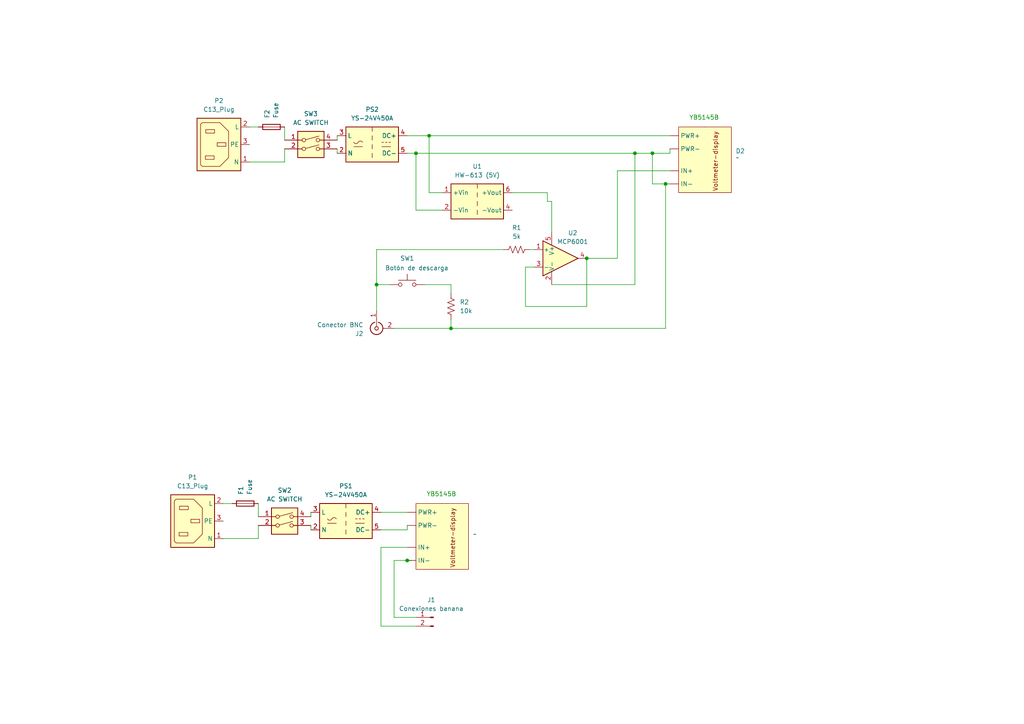
<source format=kicad_sch>
(kicad_sch (version 20231120) (generator "eeschema") (generator_version "8.0")
  (paper "A4")
  (lib_symbols
    (symbol "Amplifier_Operational:TLV172IDCK" (pin_names (offset 0.127))
      (property "Reference" "U" (at 7.62 2.54 0))
      (property "Value" "TLV172IDCK" (at 11.43 -2.54 0))
      (symbol "TLV172IDCK_0_1"
        (polyline (pts (xy -2.54 5.08) (xy -2.54 -5.08) (xy 7.62 0) (xy -2.54 5.08)) (stroke (width 0.254)) (fill (type background)))
      )
      (symbol "TLV172IDCK_1_1"
        (pin input line (at -5.08 2.54 0) (length 2.54) (name "+") (number "1"))
        (pin power_in line (at 0 -7.62 90) (length 3.81) (name "V-") (number "2"))
        (pin input line (at -5.08 -2.54 0) (length 2.54) (name "-") (number "3"))
        (pin output line (at 10.16 0 180) (length 2.54) (name "~") (number "4"))
        (pin power_in line (at 0 7.62 270) (length 3.81) (name "V+") (number "5"))
      )
    )
    (symbol "Connector:Conn_01x02_Pin" (pin_names (offset 1.016) hide)
      (property "Reference" "J" (at 0 2.54 0))
      (property "Value" "Conn_01x02_Pin" (at 0 -5.08 0))
      (symbol "Conn_01x02_Pin_1_1"
        (polyline (pts (xy 1.27 -2.54) (xy 0.8636 -2.54)) (stroke (width 0.1524)))
        (polyline (pts (xy 1.27 0) (xy 0.8636 0)) (stroke (width 0.1524)))
        (rectangle (start 0.8636 -2.413) (end 0 -2.667) (stroke (width 0.1524)) (fill (type outline)))
        (rectangle (start 0.8636 0.127) (end 0 -0.127) (stroke (width 0.1524)) (fill (type outline)))
        (pin passive line (at 5.08 0 180) (length 3.81) (name "Pin_1") (number "1"))
        (pin passive line (at 5.08 -2.54 180) (length 3.81) (name "Pin_2") (number "2"))
      )
    )
    (symbol "Connector:Conn_Coaxial" (pin_names (offset 1.016) hide)
      (property "Reference" "J" (at 0.254 3.048 0))
      (property "Value" "Conn_Coaxial" (at 2.921 0 90))
      (symbol "Conn_Coaxial_0_1"
        (arc (start -1.778 -0.508) (mid 0.2311 -1.8066) (end 1.778 0) (stroke (width 0.254)))
        (polyline (pts (xy -2.54 0) (xy -0.508 0)))
        (polyline (pts (xy 0 -2.54) (xy 0 -1.778)))
        (circle (center 0 0) (radius 0.508) (stroke (width 0.2032)))
        (arc (start 1.778 0) (mid 0.2099 1.8101) (end -1.778 0.508) (stroke (width 0.254)))
      )
      (symbol "Conn_Coaxial_1_1"
        (pin passive line (at -5.08 0 0) (length 2.54) (name "In") (number "1"))
        (pin passive line (at 0 -5.08 90) (length 2.54) (name "Ext") (number "2"))
      )
    )
    (symbol "Connector:IEC_60320_C13_Plug"
      (property "Reference" "P" (at -5.842 8.636 0))
      (property "Value" "IEC_60320_C13_Plug" (at 0.508 -9.144 0))
      (symbol "IEC_60320_C13_Plug_1_1"
        (rectangle (start -6.35 7.62) (end 6.35 -7.62) (stroke (width 0.254)) (fill (type background)))
        (rectangle (start -3.937 -3.302) (end -1.397 -4.318))
        (rectangle (start -3.81 4.318) (end -1.27 3.302))
        (rectangle (start -0.508 0.508) (end 2.032 -0.508))
        (polyline (pts (xy -4.826 -6.35) (xy -5.334 -5.842) (xy -5.334 5.842) (xy -4.826 6.35) (xy 0.254 6.35) (xy 2.794 3.81) (xy 2.794 -3.81) (xy 0.254 -6.35) (xy -4.826 -6.35)) (fill (type background)))
        (pin power_in line (at 8.89 -5.08 180) (length 2.54) (name "N") (number "1"))
        (pin power_in line (at 8.89 5.08 180) (length 2.54) (name "L") (number "2"))
        (pin bidirectional line (at 8.89 0 180) (length 2.54) (name "PE") (number "3"))
      )
    )
    (symbol "Converter_ACDC:VTX-214-015-103"
      (property "Reference" "PS" (at 0 8.89 0))
      (property "Value" "VTX-214-015-103" (at 0 6.35 0))
      (symbol "VTX-214-015-103_0_1"
        (rectangle (start -7.62 5.08) (end 7.62 -5.08) (stroke (width 0.254)) (fill (type background)))
        (arc (start -5.334 0.635) (mid -4.699 0.2495) (end -4.064 0.635))
        (arc (start -2.794 0.635) (mid -3.429 1.0072) (end -4.064 0.635))
        (polyline (pts (xy -5.334 -0.635) (xy -2.794 -0.635)))
        (polyline (pts (xy 2.794 -0.635) (xy 5.334 -0.635)))
        (polyline (pts (xy 2.794 0.635) (xy 3.302 0.635)))
        (polyline (pts (xy 3.81 0.635) (xy 4.318 0.635)))
        (polyline (pts (xy 4.826 0.635) (xy 5.334 0.635)))
      )
      (symbol "VTX-214-015-103_1_1"
        (polyline (pts (xy 0 -2.54) (xy 0 -3.81)))
        (polyline (pts (xy 0 0) (xy 0 -1.27)))
        (polyline (pts (xy 0 2.54) (xy 0 1.27)))
        (polyline (pts (xy 0 5.08) (xy 0 3.81)))
        (pin no_connect line (at 0 -5.08 90) (length 2.54) hide (name "FG") (number "1"))
        (pin power_in line (at -10.16 -2.54 0) (length 2.54) (name "N") (number "2"))
        (pin power_in line (at -10.16 2.54 0) (length 2.54) (name "L") (number "3"))
        (pin power_out line (at 10.16 2.54 180) (length 2.54) (name "DC+") (number "4"))
        (pin power_out line (at 10.16 -2.54 180) (length 2.54) (name "DC-") (number "5"))
      )
    )
    (symbol "Converter_DCDC:TBA2-2412"
      (property "Reference" "U" (at -6.35 6.35 0))
      (property "Value" "TBA2-2412" (at 2.54 6.35 0))
      (symbol "TBA2-2412_0_1"
        (rectangle (start -7.62 5.08) (end 7.62 -5.08) (stroke (width 0.254)) (fill (type background)))
        (polyline (pts (xy 0 -2.54) (xy 0 -3.81)))
        (polyline (pts (xy 0 0) (xy 0 -1.27)))
        (polyline (pts (xy 0 2.54) (xy 0 1.27)))
        (polyline (pts (xy 0 5.08) (xy 0 3.81)))
      )
      (symbol "TBA2-2412_1_1"
        (pin power_in line (at -10.16 2.54 0) (length 2.54) (name "+Vin") (number "1"))
        (pin power_in line (at -10.16 -2.54 0) (length 2.54) (name "-Vin") (number "2"))
        (pin power_out line (at 10.16 -2.54 180) (length 2.54) (name "-Vout") (number "4"))
        (pin power_out line (at 10.16 2.54 180) (length 2.54) (name "+Vout") (number "6"))
      )
    )
    (symbol "Device:Fuse" (pin_numbers hide) (pin_names (offset 0))
      (property "Reference" "F" (at 2.032 0 90))
      (property "Value" "Fuse" (at -1.905 0 90))
      (symbol "Fuse_0_1"
        (rectangle (start -0.762 -2.54) (end 0.762 2.54) (stroke (width 0.254)))
        (polyline (pts (xy 0 2.54) (xy 0 -2.54)))
      )
      (symbol "Fuse_1_1"
        (pin passive line (at 0 3.81 270) (length 1.27) (name "~") (number "1"))
        (pin passive line (at 0 -3.81 90) (length 1.27) (name "~") (number "2"))
      )
    )
    (symbol "Device:R_US" (pin_numbers hide) (pin_names (offset 0))
      (property "Reference" "R" (at 2.54 0 90))
      (property "Value" "R_US" (at -2.54 0 90))
      (symbol "R_US_0_1"
        (polyline (pts (xy 0 -2.286) (xy 0 -2.54)))
        (polyline (pts (xy 0 2.286) (xy 0 2.54)))
        (polyline (pts (xy 0 -0.762) (xy 1.016 -1.143) (xy 0 -1.524) (xy -1.016 -1.905) (xy 0 -2.286)))
        (polyline (pts (xy 0 0.762) (xy 1.016 0.381) (xy 0 0) (xy -1.016 -0.381) (xy 0 -0.762)))
        (polyline (pts (xy 0 2.286) (xy 1.016 1.905) (xy 0 1.524) (xy -1.016 1.143) (xy 0 0.762)))
      )
      (symbol "R_US_1_1"
        (pin passive line (at 0 3.81 270) (length 1.27) (name "~") (number "1"))
        (pin passive line (at 0 -3.81 90) (length 1.27) (name "~") (number "2"))
      )
    )
    (symbol "Switch:SW_DIP_x02" (pin_names (offset 0) hide)
      (property "Reference" "SW" (at 0 6.35 0))
      (property "Value" "SW_DIP_x02" (at 0 -3.81 0))
      (symbol "SW_DIP_x02_0_0"
        (circle (center -2.032 0) (radius 0.508))
        (circle (center -2.032 2.54) (radius 0.508))
        (polyline (pts (xy -1.524 0.127) (xy 2.3622 1.1684)))
        (polyline (pts (xy -1.524 2.667) (xy 2.3622 3.7084)))
        (circle (center 2.032 0) (radius 0.508))
        (circle (center 2.032 2.54) (radius 0.508))
      )
      (symbol "SW_DIP_x02_0_1"
        (rectangle (start -3.81 5.08) (end 3.81 -2.54) (stroke (width 0.254)) (fill (type background)))
      )
      (symbol "SW_DIP_x02_1_1"
        (pin passive line (at -7.62 2.54 0) (length 5.08) (name "~") (number "1"))
        (pin passive line (at -7.62 0 0) (length 5.08) (name "~") (number "2"))
        (pin passive line (at 7.62 0 180) (length 5.08) (name "~") (number "3"))
        (pin passive line (at 7.62 2.54 180) (length 5.08) (name "~") (number "4"))
      )
    )
    (symbol "Switch:SW_Push" (pin_numbers hide) (pin_names (offset 1.016) hide)
      (property "Reference" "SW" (at 1.27 2.54 0))
      (property "Value" "SW_Push" (at 0 -1.524 0))
      (symbol "SW_Push_0_1"
        (circle (center -2.032 0) (radius 0.508))
        (polyline (pts (xy 0 1.27) (xy 0 3.048)))
        (polyline (pts (xy 2.54 1.27) (xy -2.54 1.27)))
        (circle (center 2.032 0) (radius 0.508))
        (pin passive line (at -5.08 0 0) (length 2.54) (name "1") (number "1"))
        (pin passive line (at 5.08 0 180) (length 2.54) (name "2") (number "2"))
      )
    )
    (symbol "YB5145BI-DC24V-DC20V:YB5145BI-DC24V-DC20V"
      (property "Reference" "D" (at 10.16 3.302 0))
      (symbol "YB5145BI-DC24V-DC20V_0_1"
        (rectangle (start 2.54 -2.54) (end 17.78 -21.59) (fill (type background)))
      )
      (symbol "YB5145BI-DC24V-DC20V_1_1"
        (rectangle (start 10.16 -2.54) (end 10.16 -2.54))
        (text "Voltmeter-display" (at 13.208 -12.446 900) (effects (font (size 1.27 1.27))))
        (text "YB5145B" (at 9.906 0.254 0) (effects (font (size 1.27 1.27))))
        (pin input line (at 0 -15.24 0) (length 2.54) (name "IN+") (number ""))
        (pin input line (at 0 -19.05 0) (length 2.54) (name "IN-") (number ""))
        (pin power_in line (at 0 -5.08 0) (length 2.54) (name "PWR+") (number ""))
        (pin passive line (at 0 -8.89 0) (length 2.54) (name "PWR-") (number ""))
      )
    )
  )
  (junction (at 124.46 39.37))
  (junction (at 118.11 162.56))
  (junction (at 193.04 53.34))
  (junction (at 109.22 82.55))
  (junction (at 120.65 44.45))
  (junction (at 184.15 44.45))
  (junction (at 170.18 74.93))
  (junction (at 130.81 95.25))
  (junction (at 189.23 44.45))
  (wire (pts (xy 128.27 60.96) (xy 120.65 60.96)))
  (wire (pts (xy 97.79 43.18) (xy 97.79 44.45)))
  (wire (pts (xy 72.39 46.99) (xy 82.55 46.99)))
  (wire (pts (xy 82.55 43.18) (xy 82.55 46.99)))
  (wire (pts (xy 154.94 77.47) (xy 152.4 77.47)))
  (wire (pts (xy 130.81 95.25) (xy 193.04 95.25)))
  (wire (pts (xy 152.4 88.9) (xy 170.18 88.9)))
  (wire (pts (xy 193.04 53.34) (xy 194.31 53.34)))
  (wire (pts (xy 110.49 148.59) (xy 118.11 148.59)))
  (wire (pts (xy 109.22 72.39) (xy 109.22 82.55)))
  (wire (pts (xy 114.3 162.56) (xy 118.11 162.56)))
  (wire (pts (xy 110.49 158.75) (xy 118.11 158.75)))
  (wire (pts (xy 128.27 55.88) (xy 124.46 55.88)))
  (wire (pts (xy 153.67 72.39) (xy 154.94 72.39)))
  (wire (pts (xy 130.81 82.55) (xy 130.81 85.09)))
  (wire (pts (xy 160.02 67.31) (xy 160.02 58.42)))
  (wire (pts (xy 124.46 55.88) (xy 124.46 39.37)))
  (wire (pts (xy 193.04 53.34) (xy 189.23 53.34)))
  (wire (pts (xy 179.07 49.53) (xy 179.07 74.93)))
  (wire (pts (xy 64.77 146.05) (xy 67.31 146.05)))
  (wire (pts (xy 90.17 152.4) (xy 90.17 153.67)))
  (wire (pts (xy 110.49 181.61) (xy 110.49 158.75)))
  (wire (pts (xy 193.04 53.34) (xy 193.04 95.25)))
  (wire (pts (xy 74.93 152.4) (xy 74.93 156.21)))
  (wire (pts (xy 114.3 95.25) (xy 130.81 95.25)))
  (wire (pts (xy 158.75 55.88) (xy 148.59 55.88)))
  (wire (pts (xy 74.93 146.05) (xy 74.93 149.86)))
  (wire (pts (xy 97.79 40.64) (xy 97.79 39.37)))
  (wire (pts (xy 184.15 44.45) (xy 189.23 44.45)))
  (wire (pts (xy 118.11 44.45) (xy 120.65 44.45)))
  (wire (pts (xy 189.23 44.45) (xy 194.31 44.45)))
  (wire (pts (xy 120.65 60.96) (xy 120.65 44.45)))
  (wire (pts (xy 110.49 153.67) (xy 118.11 153.67)))
  (wire (pts (xy 114.3 179.07) (xy 114.3 162.56)))
  (wire (pts (xy 90.17 149.86) (xy 90.17 148.59)))
  (wire (pts (xy 160.02 82.55) (xy 184.15 82.55)))
  (wire (pts (xy 152.4 77.47) (xy 152.4 88.9)))
  (wire (pts (xy 130.81 92.71) (xy 130.81 95.25)))
  (wire (pts (xy 120.65 181.61) (xy 110.49 181.61)))
  (wire (pts (xy 118.11 162.56) (xy 119.38 162.56)))
  (wire (pts (xy 120.65 44.45) (xy 184.15 44.45)))
  (wire (pts (xy 118.11 39.37) (xy 124.46 39.37)))
  (wire (pts (xy 118.11 153.67) (xy 118.11 152.4)))
  (wire (pts (xy 64.77 156.21) (xy 74.93 156.21)))
  (wire (pts (xy 179.07 74.93) (xy 170.18 74.93)))
  (wire (pts (xy 123.19 82.55) (xy 130.81 82.55)))
  (wire (pts (xy 82.55 36.83) (xy 82.55 40.64)))
  (wire (pts (xy 170.18 88.9) (xy 170.18 74.93)))
  (wire (pts (xy 120.65 179.07) (xy 114.3 179.07)))
  (wire (pts (xy 109.22 82.55) (xy 113.03 82.55)))
  (wire (pts (xy 184.15 44.45) (xy 184.15 82.55)))
  (wire (pts (xy 160.02 58.42) (xy 158.75 58.42)))
  (wire (pts (xy 158.75 58.42) (xy 158.75 55.88)))
  (wire (pts (xy 189.23 53.34) (xy 189.23 44.45)))
  (wire (pts (xy 109.22 82.55) (xy 109.22 90.17)))
  (wire (pts (xy 194.31 44.45) (xy 194.31 43.18)))
  (wire (pts (xy 179.07 49.53) (xy 194.31 49.53)))
  (wire (pts (xy 124.46 39.37) (xy 194.31 39.37)))
  (wire (pts (xy 72.39 36.83) (xy 74.93 36.83)))
  (wire (pts (xy 109.22 72.39) (xy 146.05 72.39)))
  (symbol (lib_id "Connector:IEC_60320_C13_Plug") (at 63.5 41.91 0) (unit 1)
    (property "Reference" "P2" (at 63.5 29.21 0))
    (property "Value" "C13_Plug" (at 63.5 31.75 0))
    (property "Description" "C13 Plug, 10A max" (effects (hide yes)))
  )
  (symbol (lib_id "Device:R_US") (at 130.81 88.9 180) (unit 1)
    (property "Reference" "R2" (at 133.35 87.6299 0) (effects (justify right)))
    (property "Value" "10k" (at 133.35 90.1699 0) (effects (justify right)))
    (property "Description" "Resistor, US symbol" (effects (hide yes)))
  )
  (symbol (lib_id "Connector:IEC_60320_C13_Plug") (at 55.88 151.13 0) (unit 1)
    (property "Reference" "P1" (at 55.88 138.43 0))
    (property "Value" "C13_Plug" (at 55.88 140.97 0))
    (property "Description" "C13 Plug, 10A max" (effects (hide yes)))
  )
  (symbol (lib_id "Device:R_US") (at 149.86 72.39 90) (unit 1)
    (property "Reference" "R1" (at 149.86 66.04 90))
    (property "Value" "5k" (at 149.86 68.58 90))
    (property "Description" "Resistor, US symbol" (effects (hide yes)))
  )
  (symbol (lib_id "Switch:SW_Push") (at 118.11 82.55 0) (unit 1)
    (property "Reference" "SW1" (at 118.11 74.93 0))
    (property "Value" "Botón de descarga" (at 120.904 77.724 0))
    (property "Description" "Push button switch, generic, two pins" (effects (hide yes)))
  )
  (symbol (lib_id "Converter_ACDC:VTX-214-015-103") (at 100.33 151.13 0) (unit 1)
    (property "Reference" "PS1" (at 100.33 140.97 0))
    (property "Value" "YS-24V450A" (at 100.33 143.51 0))
    (property "Footprint" "Converter_ACDC:Converter_ACDC_Vigortronix_VTX-214-015-1xx_THT" (effects (hide yes)))
    (property "Datasheet" "http://www.vigortronix.com/15WattSMPSPCBModuleAC-DC" (effects (hide yes)))
    (property "Description" "3V Vigortronix 15W ACDC Converters" (effects (hide yes)))
  )
  (symbol (lib_name "YB5145BI-DC24V-DC20V:YB5145BI-DC24V-DC20V") (lib_id "YB5145BI-DC24V-DC20V:YB5145BI-DC24V-DC20V") (at 118.11 143.51 0) (unit 1)
    (property "Reference" "D1" (effects (hide yes)))
    (property "Value" "~" (at 137.16 154.9372 0) (effects (justify left)))
  )
  (symbol (lib_id "Converter_ACDC:VTX-214-015-103") (at 107.95 41.91 0) (unit 1)
    (property "Reference" "PS2" (at 107.95 31.75 0))
    (property "Value" "YS-24V450A" (at 107.95 34.29 0))
    (property "Footprint" "Converter_ACDC:Converter_ACDC_Vigortronix_VTX-214-015-1xx_THT" (effects (hide yes)))
    (property "Datasheet" "http://www.vigortronix.com/15WattSMPSPCBModuleAC-DC" (effects (hide yes)))
    (property "Description" "3V Vigortronix 15W ACDC Converters" (effects (hide yes)))
  )
  (symbol (lib_id "Connector:Conn_01x02_Pin") (at 125.73 179.07 0) (mirror y) (unit 1)
    (property "Reference" "J1" (at 125.095 173.99 0))
    (property "Value" "Conexiones banana" (at 125.095 176.53 0))
    (property "Description" "Generic connector, single row, 01x02, script generated" (effects (hide yes)))
  )
  (symbol (lib_id "Amplifier_Operational:TLV172IDCK") (at 160.02 74.93 0) (unit 1)
    (property "Reference" "U2" (at 166.116 67.564 0))
    (property "Value" "MCP6001" (at 166.116 70.104 0))
    (property "Footprint" "Package_TO_SOT_SMD:SOT-353_SC-70-5" (effects (hide yes)))
    (property "Datasheet" "http://www.ti.com/lit/ds/symlink/tlv172.pdf" (effects (hide yes)))
    (property "Description" "Low-power Operational Amplifier, SOT-353" (effects (hide yes)))
  )
  (symbol (lib_id "Switch:SW_DIP_x02") (at 90.17 43.18 0) (unit 1)
    (property "Reference" "SW3" (at 90.17 33.02 0))
    (property "Value" "AC SWITCH" (at 90.17 35.56 0))
    (property "Description" "2x DIP Switch, Single Pole Single Throw (SPST) switch, small symbol" (effects (hide yes)))
  )
  (symbol (lib_id "Switch:SW_DIP_x02") (at 82.55 152.4 0) (unit 1)
    (property "Reference" "SW2" (at 82.55 142.24 0))
    (property "Value" "AC SWITCH" (at 82.55 144.78 0))
    (property "Description" "2x DIP Switch, Single Pole Single Throw (SPST) switch, small symbol" (effects (hide yes)))
  )
  (symbol (lib_id "Connector:Conn_Coaxial") (at 109.22 95.25 90) (mirror x) (unit 1)
    (property "Reference" "J2" (at 105.41 96.774 90) (effects (justify left)))
    (property "Value" "Conector BNC" (at 105.41 94.234 90) (effects (justify left)))
    (property "Description" "coaxial connector (BNC, SMA, SMB, SMC, Cinch/RCA, LEMO, ...)" (effects (hide yes)))
  )
  (symbol (lib_name "YB5145BI-DC24V-DC20V:YB5145BI-DC24V-DC20V") (lib_id "YB5145BI-DC24V-DC20V:YB5145BI-DC24V-DC20V") (at 194.31 34.29 0) (unit 1)
    (property "Reference" "D2" (at 213.36 43.8121 0) (effects (justify left)))
    (property "Value" "~" (at 213.36 45.7172 0) (effects (justify left)))
  )
  (symbol (lib_id "Device:Fuse") (at 71.12 146.05 90) (unit 1)
    (property "Reference" "F1" (at 69.8499 143.51 0) (effects (justify left)))
    (property "Value" "Fuse" (at 72.3899 143.51 0) (effects (justify left)))
    (property "Description" "Fuse" (effects (hide yes)))
  )
  (symbol (lib_id "Converter_DCDC:TBA2-2412") (at 138.43 58.42 0) (unit 1)
    (property "Reference" "U1" (at 138.43 48.26 0))
    (property "Value" "HW-613 (5V)" (at 138.43 50.8 0))
    (property "Footprint" "Converter_DCDC:Converter_DCDC_TRACO_TBA2-xxxx_Single_THT" (effects (hide yes)))
    (property "Datasheet" "https://www.tracopower.com/products/tba2.pdf" (effects (hide yes)))
    (property "Description" "2W DC/DC converter unregulated, 21.6-26.4V input, 12V fixed output voltage, 165mA output, 1.5kVDC isolation, SIP-7" (effects (hide yes)))
  )
  (symbol (lib_id "Device:Fuse") (at 78.74 36.83 90) (unit 1)
    (property "Reference" "F2" (at 77.4699 34.29 0) (effects (justify left)))
    (property "Value" "Fuse" (at 80.0099 34.29 0) (effects (justify left)))
    (property "Description" "Fuse" (effects (hide yes)))
  )
)
</source>
